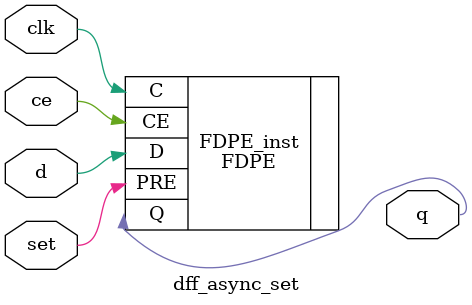
<source format=v>
/*
 * c4puter northbridge - flipflop primitives
 * Copyright (C) 2017 Chris Pavlina
 *
 * This program is free software; you can redistribute it and/or modify
 * it under the terms of the GNU General Public License as published by
 * the Free Software Foundation; either version 2 of the License, or
 * (at your option) any later version.
 *
 * This program is distributed in the hope that it will be useful,
 * but WITHOUT ANY WARRANTY; without even the implied warranty of
 * MERCHANTABILITY or FITNESS FOR A PARTICULAR PURPOSE.  See the
 * GNU General Public License for more details.
 *
 * You should have received a copy of the GNU General Public License along
 * with this program; if not, write to the Free Software Foundation, Inc.,
 * 51 Franklin Street, Fifth Floor, Boston, MA 02110-1301 USA.
 */

/**
 * D flip-flop with asynchronous clear
 *
 * Uses Spartan 6 FDCE block for synthesis.
 */
module dff_async_clr (
    input   d,
    input   ce,
    input   clk,
    output  q,

    input   clr
);

parameter init = 0;

`ifdef COCOTB_SIM
    reg     ff;
    assign  q = clr ? 0 : ff;

    always @(posedge clk)
        if (ce)
            ff <= d;

    always @(negedge clr)
        if ($time != 0)
            ff <= 0;

    initial begin
        @(clk);
        ff <= init;
    end
`else
    FDCE #(
        .INIT(init)
    ) FDCE_inst (
        .Q(q),
        .C(clk),
        .CE(ce),
        .D(d),
        .CLR(clr)
    );
`endif
endmodule

/**
 * D flip-flop with asynchronous set
 *
 * Uses Spartan 6 FDPE block for synthesis.
 */
module dff_async_set (
    input   d,
    input   ce,
    input   clk,
    output  q,

    input   set
);

parameter init = 0;

`ifdef COCOTB_SIM
    reg     ff;
    assign  q = set ? 1 : ff;

    always @(posedge clk)
        if (ce)
            ff <= d;

    always @(negedge set)
        ff <= 1;

    initial begin
        @(clk);
        ff <= init;
    end
`else
    FDPE #(
        .INIT(init)
    ) FDPE_inst (
        .Q(q),
        .C(clk),
        .CE(ce),
        .D(d),
        .PRE(set)
    );
`endif
endmodule

</source>
